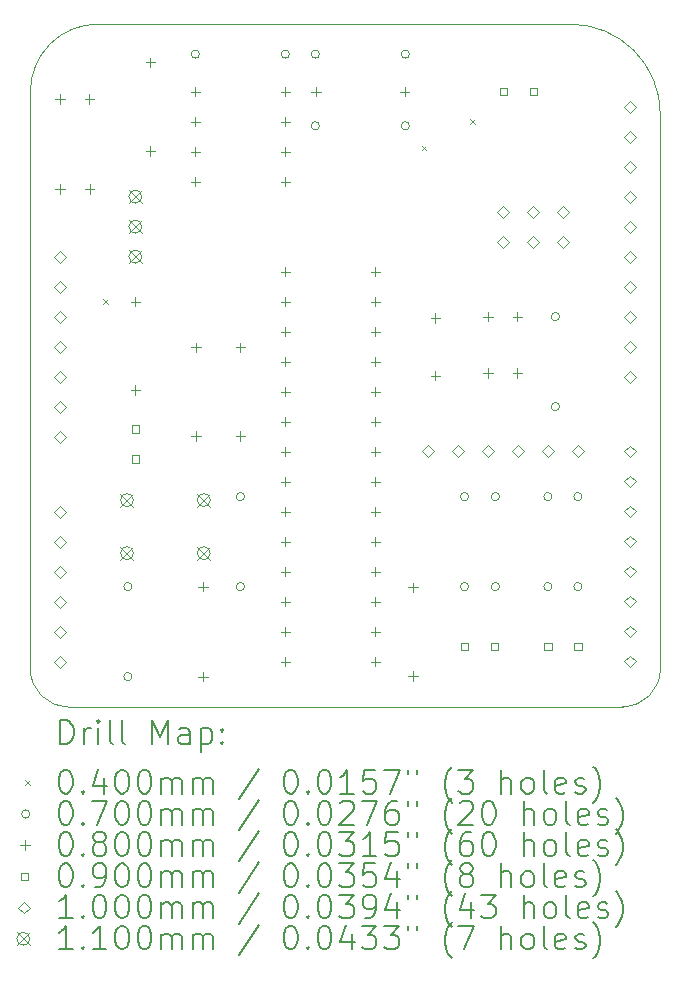
<source format=gbr>
%TF.GenerationSoftware,KiCad,Pcbnew,6.0.11-3.fc36*%
%TF.CreationDate,2023-05-11T19:00:45+09:00*%
%TF.ProjectId,Tetiduino,54657469-6475-4696-9e6f-2e6b69636164,rev?*%
%TF.SameCoordinates,Original*%
%TF.FileFunction,Drillmap*%
%TF.FilePolarity,Positive*%
%FSLAX45Y45*%
G04 Gerber Fmt 4.5, Leading zero omitted, Abs format (unit mm)*
G04 Created by KiCad (PCBNEW 6.0.11-3.fc36) date 2023-05-11 19:00:45*
%MOMM*%
%LPD*%
G01*
G04 APERTURE LIST*
%ADD10C,0.100000*%
%ADD11C,0.200000*%
%ADD12C,0.040000*%
%ADD13C,0.070000*%
%ADD14C,0.080000*%
%ADD15C,0.090000*%
%ADD16C,0.110000*%
G04 APERTURE END LIST*
D10*
X12509500Y-14033500D02*
X17208500Y-14033500D01*
X17526000Y-9017000D02*
G75*
G03*
X16764000Y-8255000I-762000J0D01*
G01*
X12763500Y-8255000D02*
G75*
G03*
X12192000Y-8826500I0J-571500D01*
G01*
X17526000Y-13716000D02*
X17526000Y-9017000D01*
X12763500Y-8255000D02*
X16764000Y-8255000D01*
X12192000Y-13716000D02*
G75*
G03*
X12509500Y-14033500I317500J0D01*
G01*
X12192000Y-8826500D02*
X12192000Y-13716000D01*
X17208500Y-14033500D02*
G75*
G03*
X17526000Y-13716000I0J317500D01*
G01*
D11*
D12*
X12807000Y-10584500D02*
X12847000Y-10624500D01*
X12847000Y-10584500D02*
X12807000Y-10624500D01*
X15505750Y-9282750D02*
X15545750Y-9322750D01*
X15545750Y-9282750D02*
X15505750Y-9322750D01*
X15918500Y-9060500D02*
X15958500Y-9100500D01*
X15958500Y-9060500D02*
X15918500Y-9100500D01*
D13*
X13052500Y-13017500D02*
G75*
G03*
X13052500Y-13017500I-35000J0D01*
G01*
X13052500Y-13779500D02*
G75*
G03*
X13052500Y-13779500I-35000J0D01*
G01*
X13624000Y-8509000D02*
G75*
G03*
X13624000Y-8509000I-35000J0D01*
G01*
X14005000Y-12255500D02*
G75*
G03*
X14005000Y-12255500I-35000J0D01*
G01*
X14005000Y-13017500D02*
G75*
G03*
X14005000Y-13017500I-35000J0D01*
G01*
X14386000Y-8509000D02*
G75*
G03*
X14386000Y-8509000I-35000J0D01*
G01*
X14640000Y-8509000D02*
G75*
G03*
X14640000Y-8509000I-35000J0D01*
G01*
X14640000Y-9115500D02*
G75*
G03*
X14640000Y-9115500I-35000J0D01*
G01*
X15402000Y-8509000D02*
G75*
G03*
X15402000Y-8509000I-35000J0D01*
G01*
X15402000Y-9115500D02*
G75*
G03*
X15402000Y-9115500I-35000J0D01*
G01*
X15902000Y-12255500D02*
G75*
G03*
X15902000Y-12255500I-35000J0D01*
G01*
X15902000Y-13017500D02*
G75*
G03*
X15902000Y-13017500I-35000J0D01*
G01*
X16164000Y-12255500D02*
G75*
G03*
X16164000Y-12255500I-35000J0D01*
G01*
X16164000Y-13017500D02*
G75*
G03*
X16164000Y-13017500I-35000J0D01*
G01*
X16608500Y-12255500D02*
G75*
G03*
X16608500Y-12255500I-35000J0D01*
G01*
X16608500Y-13017500D02*
G75*
G03*
X16608500Y-13017500I-35000J0D01*
G01*
X16672000Y-10731500D02*
G75*
G03*
X16672000Y-10731500I-35000J0D01*
G01*
X16672000Y-11493500D02*
G75*
G03*
X16672000Y-11493500I-35000J0D01*
G01*
X16862500Y-12255500D02*
G75*
G03*
X16862500Y-12255500I-35000J0D01*
G01*
X16862500Y-13017500D02*
G75*
G03*
X16862500Y-13017500I-35000J0D01*
G01*
D14*
X12441238Y-8850000D02*
X12441238Y-8930000D01*
X12401238Y-8890000D02*
X12481238Y-8890000D01*
X12443238Y-9612000D02*
X12443238Y-9692000D01*
X12403238Y-9652000D02*
X12483238Y-9652000D01*
X12691238Y-8850000D02*
X12691238Y-8930000D01*
X12651238Y-8890000D02*
X12731238Y-8890000D01*
X12693238Y-9612000D02*
X12693238Y-9692000D01*
X12653238Y-9652000D02*
X12733238Y-9652000D01*
X13081000Y-10564500D02*
X13081000Y-10644500D01*
X13041000Y-10604500D02*
X13121000Y-10604500D01*
X13081000Y-11314500D02*
X13081000Y-11394500D01*
X13041000Y-11354500D02*
X13121000Y-11354500D01*
X13208000Y-8538500D02*
X13208000Y-8618500D01*
X13168000Y-8578500D02*
X13248000Y-8578500D01*
X13208000Y-9288500D02*
X13208000Y-9368500D01*
X13168000Y-9328500D02*
X13248000Y-9328500D01*
X13590000Y-8787500D02*
X13590000Y-8867500D01*
X13550000Y-8827500D02*
X13630000Y-8827500D01*
X13590000Y-9041500D02*
X13590000Y-9121500D01*
X13550000Y-9081500D02*
X13630000Y-9081500D01*
X13590000Y-9295500D02*
X13590000Y-9375500D01*
X13550000Y-9335500D02*
X13630000Y-9335500D01*
X13590000Y-9549500D02*
X13590000Y-9629500D01*
X13550000Y-9589500D02*
X13630000Y-9589500D01*
X13595000Y-10951500D02*
X13595000Y-11031500D01*
X13555000Y-10991500D02*
X13635000Y-10991500D01*
X13595000Y-11701500D02*
X13595000Y-11781500D01*
X13555000Y-11741500D02*
X13635000Y-11741500D01*
X13652500Y-12977500D02*
X13652500Y-13057500D01*
X13612500Y-13017500D02*
X13692500Y-13017500D01*
X13652500Y-13739500D02*
X13652500Y-13819500D01*
X13612500Y-13779500D02*
X13692500Y-13779500D01*
X13970000Y-10951500D02*
X13970000Y-11031500D01*
X13930000Y-10991500D02*
X14010000Y-10991500D01*
X13970000Y-11701500D02*
X13970000Y-11781500D01*
X13930000Y-11741500D02*
X14010000Y-11741500D01*
X14350000Y-10309500D02*
X14350000Y-10389500D01*
X14310000Y-10349500D02*
X14390000Y-10349500D01*
X14350000Y-10563500D02*
X14350000Y-10643500D01*
X14310000Y-10603500D02*
X14390000Y-10603500D01*
X14350000Y-10817500D02*
X14350000Y-10897500D01*
X14310000Y-10857500D02*
X14390000Y-10857500D01*
X14350000Y-11071500D02*
X14350000Y-11151500D01*
X14310000Y-11111500D02*
X14390000Y-11111500D01*
X14350000Y-11325500D02*
X14350000Y-11405500D01*
X14310000Y-11365500D02*
X14390000Y-11365500D01*
X14350000Y-11579500D02*
X14350000Y-11659500D01*
X14310000Y-11619500D02*
X14390000Y-11619500D01*
X14350000Y-11833500D02*
X14350000Y-11913500D01*
X14310000Y-11873500D02*
X14390000Y-11873500D01*
X14350000Y-12087500D02*
X14350000Y-12167500D01*
X14310000Y-12127500D02*
X14390000Y-12127500D01*
X14350000Y-12341500D02*
X14350000Y-12421500D01*
X14310000Y-12381500D02*
X14390000Y-12381500D01*
X14350000Y-12595500D02*
X14350000Y-12675500D01*
X14310000Y-12635500D02*
X14390000Y-12635500D01*
X14350000Y-12849500D02*
X14350000Y-12929500D01*
X14310000Y-12889500D02*
X14390000Y-12889500D01*
X14350000Y-13103500D02*
X14350000Y-13183500D01*
X14310000Y-13143500D02*
X14390000Y-13143500D01*
X14350000Y-13357500D02*
X14350000Y-13437500D01*
X14310000Y-13397500D02*
X14390000Y-13397500D01*
X14350000Y-13611500D02*
X14350000Y-13691500D01*
X14310000Y-13651500D02*
X14390000Y-13651500D01*
X14352000Y-8787500D02*
X14352000Y-8867500D01*
X14312000Y-8827500D02*
X14392000Y-8827500D01*
X14352000Y-9041500D02*
X14352000Y-9121500D01*
X14312000Y-9081500D02*
X14392000Y-9081500D01*
X14352000Y-9295500D02*
X14352000Y-9375500D01*
X14312000Y-9335500D02*
X14392000Y-9335500D01*
X14352000Y-9549500D02*
X14352000Y-9629500D01*
X14312000Y-9589500D02*
X14392000Y-9589500D01*
X14611000Y-8786500D02*
X14611000Y-8866500D01*
X14571000Y-8826500D02*
X14651000Y-8826500D01*
X15112000Y-10309500D02*
X15112000Y-10389500D01*
X15072000Y-10349500D02*
X15152000Y-10349500D01*
X15112000Y-10563500D02*
X15112000Y-10643500D01*
X15072000Y-10603500D02*
X15152000Y-10603500D01*
X15112000Y-10817500D02*
X15112000Y-10897500D01*
X15072000Y-10857500D02*
X15152000Y-10857500D01*
X15112000Y-11071500D02*
X15112000Y-11151500D01*
X15072000Y-11111500D02*
X15152000Y-11111500D01*
X15112000Y-11325500D02*
X15112000Y-11405500D01*
X15072000Y-11365500D02*
X15152000Y-11365500D01*
X15112000Y-11579500D02*
X15112000Y-11659500D01*
X15072000Y-11619500D02*
X15152000Y-11619500D01*
X15112000Y-11833500D02*
X15112000Y-11913500D01*
X15072000Y-11873500D02*
X15152000Y-11873500D01*
X15112000Y-12087500D02*
X15112000Y-12167500D01*
X15072000Y-12127500D02*
X15152000Y-12127500D01*
X15112000Y-12341500D02*
X15112000Y-12421500D01*
X15072000Y-12381500D02*
X15152000Y-12381500D01*
X15112000Y-12595500D02*
X15112000Y-12675500D01*
X15072000Y-12635500D02*
X15152000Y-12635500D01*
X15112000Y-12849500D02*
X15112000Y-12929500D01*
X15072000Y-12889500D02*
X15152000Y-12889500D01*
X15112000Y-13103500D02*
X15112000Y-13183500D01*
X15072000Y-13143500D02*
X15152000Y-13143500D01*
X15112000Y-13357500D02*
X15112000Y-13437500D01*
X15072000Y-13397500D02*
X15152000Y-13397500D01*
X15112000Y-13611500D02*
X15112000Y-13691500D01*
X15072000Y-13651500D02*
X15152000Y-13651500D01*
X15361000Y-8786500D02*
X15361000Y-8866500D01*
X15321000Y-8826500D02*
X15401000Y-8826500D01*
X15430500Y-12983500D02*
X15430500Y-13063500D01*
X15390500Y-13023500D02*
X15470500Y-13023500D01*
X15430500Y-13733500D02*
X15430500Y-13813500D01*
X15390500Y-13773500D02*
X15470500Y-13773500D01*
X15621000Y-10702500D02*
X15621000Y-10782500D01*
X15581000Y-10742500D02*
X15661000Y-10742500D01*
X15621000Y-11190500D02*
X15621000Y-11270500D01*
X15581000Y-11230500D02*
X15661000Y-11230500D01*
X16065500Y-10691500D02*
X16065500Y-10771500D01*
X16025500Y-10731500D02*
X16105500Y-10731500D01*
X16065500Y-11169000D02*
X16065500Y-11249000D01*
X16025500Y-11209000D02*
X16105500Y-11209000D01*
X16315500Y-10691500D02*
X16315500Y-10771500D01*
X16275500Y-10731500D02*
X16355500Y-10731500D01*
X16315500Y-11169000D02*
X16315500Y-11249000D01*
X16275500Y-11209000D02*
X16355500Y-11209000D01*
D15*
X13112820Y-11715820D02*
X13112820Y-11652180D01*
X13049180Y-11652180D01*
X13049180Y-11715820D01*
X13112820Y-11715820D01*
X13112820Y-11969820D02*
X13112820Y-11906180D01*
X13049180Y-11906180D01*
X13049180Y-11969820D01*
X13112820Y-11969820D01*
X15898820Y-13557320D02*
X15898820Y-13493680D01*
X15835180Y-13493680D01*
X15835180Y-13557320D01*
X15898820Y-13557320D01*
X16152820Y-13557320D02*
X16152820Y-13493680D01*
X16089180Y-13493680D01*
X16089180Y-13557320D01*
X16152820Y-13557320D01*
X16227820Y-8858320D02*
X16227820Y-8794680D01*
X16164180Y-8794680D01*
X16164180Y-8858320D01*
X16227820Y-8858320D01*
X16481820Y-8858320D02*
X16481820Y-8794680D01*
X16418180Y-8794680D01*
X16418180Y-8858320D01*
X16481820Y-8858320D01*
X16604820Y-13557320D02*
X16604820Y-13493680D01*
X16541180Y-13493680D01*
X16541180Y-13557320D01*
X16604820Y-13557320D01*
X16858820Y-13557320D02*
X16858820Y-13493680D01*
X16795180Y-13493680D01*
X16795180Y-13557320D01*
X16858820Y-13557320D01*
D10*
X12446000Y-10275500D02*
X12496000Y-10225500D01*
X12446000Y-10175500D01*
X12396000Y-10225500D01*
X12446000Y-10275500D01*
X12446000Y-10529500D02*
X12496000Y-10479500D01*
X12446000Y-10429500D01*
X12396000Y-10479500D01*
X12446000Y-10529500D01*
X12446000Y-10783500D02*
X12496000Y-10733500D01*
X12446000Y-10683500D01*
X12396000Y-10733500D01*
X12446000Y-10783500D01*
X12446000Y-11037500D02*
X12496000Y-10987500D01*
X12446000Y-10937500D01*
X12396000Y-10987500D01*
X12446000Y-11037500D01*
X12446000Y-11291500D02*
X12496000Y-11241500D01*
X12446000Y-11191500D01*
X12396000Y-11241500D01*
X12446000Y-11291500D01*
X12446000Y-11545500D02*
X12496000Y-11495500D01*
X12446000Y-11445500D01*
X12396000Y-11495500D01*
X12446000Y-11545500D01*
X12446000Y-11799500D02*
X12496000Y-11749500D01*
X12446000Y-11699500D01*
X12396000Y-11749500D01*
X12446000Y-11799500D01*
X12446000Y-12432500D02*
X12496000Y-12382500D01*
X12446000Y-12332500D01*
X12396000Y-12382500D01*
X12446000Y-12432500D01*
X12446000Y-12686500D02*
X12496000Y-12636500D01*
X12446000Y-12586500D01*
X12396000Y-12636500D01*
X12446000Y-12686500D01*
X12446000Y-12940500D02*
X12496000Y-12890500D01*
X12446000Y-12840500D01*
X12396000Y-12890500D01*
X12446000Y-12940500D01*
X12446000Y-13194500D02*
X12496000Y-13144500D01*
X12446000Y-13094500D01*
X12396000Y-13144500D01*
X12446000Y-13194500D01*
X12446000Y-13448500D02*
X12496000Y-13398500D01*
X12446000Y-13348500D01*
X12396000Y-13398500D01*
X12446000Y-13448500D01*
X12446000Y-13702500D02*
X12496000Y-13652500D01*
X12446000Y-13602500D01*
X12396000Y-13652500D01*
X12446000Y-13702500D01*
X15560000Y-11922000D02*
X15610000Y-11872000D01*
X15560000Y-11822000D01*
X15510000Y-11872000D01*
X15560000Y-11922000D01*
X15814000Y-11922000D02*
X15864000Y-11872000D01*
X15814000Y-11822000D01*
X15764000Y-11872000D01*
X15814000Y-11922000D01*
X16068000Y-11922000D02*
X16118000Y-11872000D01*
X16068000Y-11822000D01*
X16018000Y-11872000D01*
X16068000Y-11922000D01*
X16192500Y-9892500D02*
X16242500Y-9842500D01*
X16192500Y-9792500D01*
X16142500Y-9842500D01*
X16192500Y-9892500D01*
X16192500Y-10146500D02*
X16242500Y-10096500D01*
X16192500Y-10046500D01*
X16142500Y-10096500D01*
X16192500Y-10146500D01*
X16322000Y-11922000D02*
X16372000Y-11872000D01*
X16322000Y-11822000D01*
X16272000Y-11872000D01*
X16322000Y-11922000D01*
X16446500Y-9892500D02*
X16496500Y-9842500D01*
X16446500Y-9792500D01*
X16396500Y-9842500D01*
X16446500Y-9892500D01*
X16446500Y-10146500D02*
X16496500Y-10096500D01*
X16446500Y-10046500D01*
X16396500Y-10096500D01*
X16446500Y-10146500D01*
X16576000Y-11922000D02*
X16626000Y-11872000D01*
X16576000Y-11822000D01*
X16526000Y-11872000D01*
X16576000Y-11922000D01*
X16700500Y-9892500D02*
X16750500Y-9842500D01*
X16700500Y-9792500D01*
X16650500Y-9842500D01*
X16700500Y-9892500D01*
X16700500Y-10146500D02*
X16750500Y-10096500D01*
X16700500Y-10046500D01*
X16650500Y-10096500D01*
X16700500Y-10146500D01*
X16830000Y-11922000D02*
X16880000Y-11872000D01*
X16830000Y-11822000D01*
X16780000Y-11872000D01*
X16830000Y-11922000D01*
X17272000Y-9003500D02*
X17322000Y-8953500D01*
X17272000Y-8903500D01*
X17222000Y-8953500D01*
X17272000Y-9003500D01*
X17272000Y-9257500D02*
X17322000Y-9207500D01*
X17272000Y-9157500D01*
X17222000Y-9207500D01*
X17272000Y-9257500D01*
X17272000Y-9511500D02*
X17322000Y-9461500D01*
X17272000Y-9411500D01*
X17222000Y-9461500D01*
X17272000Y-9511500D01*
X17272000Y-9765500D02*
X17322000Y-9715500D01*
X17272000Y-9665500D01*
X17222000Y-9715500D01*
X17272000Y-9765500D01*
X17272000Y-10019500D02*
X17322000Y-9969500D01*
X17272000Y-9919500D01*
X17222000Y-9969500D01*
X17272000Y-10019500D01*
X17272000Y-10273500D02*
X17322000Y-10223500D01*
X17272000Y-10173500D01*
X17222000Y-10223500D01*
X17272000Y-10273500D01*
X17272000Y-10527500D02*
X17322000Y-10477500D01*
X17272000Y-10427500D01*
X17222000Y-10477500D01*
X17272000Y-10527500D01*
X17272000Y-10781500D02*
X17322000Y-10731500D01*
X17272000Y-10681500D01*
X17222000Y-10731500D01*
X17272000Y-10781500D01*
X17272000Y-11035500D02*
X17322000Y-10985500D01*
X17272000Y-10935500D01*
X17222000Y-10985500D01*
X17272000Y-11035500D01*
X17272000Y-11289500D02*
X17322000Y-11239500D01*
X17272000Y-11189500D01*
X17222000Y-11239500D01*
X17272000Y-11289500D01*
X17272000Y-11923000D02*
X17322000Y-11873000D01*
X17272000Y-11823000D01*
X17222000Y-11873000D01*
X17272000Y-11923000D01*
X17272000Y-12177000D02*
X17322000Y-12127000D01*
X17272000Y-12077000D01*
X17222000Y-12127000D01*
X17272000Y-12177000D01*
X17272000Y-12431000D02*
X17322000Y-12381000D01*
X17272000Y-12331000D01*
X17222000Y-12381000D01*
X17272000Y-12431000D01*
X17272000Y-12685000D02*
X17322000Y-12635000D01*
X17272000Y-12585000D01*
X17222000Y-12635000D01*
X17272000Y-12685000D01*
X17272000Y-12939000D02*
X17322000Y-12889000D01*
X17272000Y-12839000D01*
X17222000Y-12889000D01*
X17272000Y-12939000D01*
X17272000Y-13193000D02*
X17322000Y-13143000D01*
X17272000Y-13093000D01*
X17222000Y-13143000D01*
X17272000Y-13193000D01*
X17272000Y-13447000D02*
X17322000Y-13397000D01*
X17272000Y-13347000D01*
X17222000Y-13397000D01*
X17272000Y-13447000D01*
X17272000Y-13701000D02*
X17322000Y-13651000D01*
X17272000Y-13601000D01*
X17222000Y-13651000D01*
X17272000Y-13701000D01*
D16*
X12955000Y-12229500D02*
X13065000Y-12339500D01*
X13065000Y-12229500D02*
X12955000Y-12339500D01*
X13065000Y-12284500D02*
G75*
G03*
X13065000Y-12284500I-55000J0D01*
G01*
X12955000Y-12679500D02*
X13065000Y-12789500D01*
X13065000Y-12679500D02*
X12955000Y-12789500D01*
X13065000Y-12734500D02*
G75*
G03*
X13065000Y-12734500I-55000J0D01*
G01*
X13026000Y-9660500D02*
X13136000Y-9770500D01*
X13136000Y-9660500D02*
X13026000Y-9770500D01*
X13136000Y-9715500D02*
G75*
G03*
X13136000Y-9715500I-55000J0D01*
G01*
X13026000Y-9914500D02*
X13136000Y-10024500D01*
X13136000Y-9914500D02*
X13026000Y-10024500D01*
X13136000Y-9969500D02*
G75*
G03*
X13136000Y-9969500I-55000J0D01*
G01*
X13026000Y-10168500D02*
X13136000Y-10278500D01*
X13136000Y-10168500D02*
X13026000Y-10278500D01*
X13136000Y-10223500D02*
G75*
G03*
X13136000Y-10223500I-55000J0D01*
G01*
X13605000Y-12229500D02*
X13715000Y-12339500D01*
X13715000Y-12229500D02*
X13605000Y-12339500D01*
X13715000Y-12284500D02*
G75*
G03*
X13715000Y-12284500I-55000J0D01*
G01*
X13605000Y-12679500D02*
X13715000Y-12789500D01*
X13715000Y-12679500D02*
X13605000Y-12789500D01*
X13715000Y-12734500D02*
G75*
G03*
X13715000Y-12734500I-55000J0D01*
G01*
D11*
X12444619Y-14348976D02*
X12444619Y-14148976D01*
X12492238Y-14148976D01*
X12520809Y-14158500D01*
X12539857Y-14177548D01*
X12549381Y-14196595D01*
X12558905Y-14234690D01*
X12558905Y-14263262D01*
X12549381Y-14301357D01*
X12539857Y-14320405D01*
X12520809Y-14339452D01*
X12492238Y-14348976D01*
X12444619Y-14348976D01*
X12644619Y-14348976D02*
X12644619Y-14215643D01*
X12644619Y-14253738D02*
X12654143Y-14234690D01*
X12663667Y-14225167D01*
X12682714Y-14215643D01*
X12701762Y-14215643D01*
X12768428Y-14348976D02*
X12768428Y-14215643D01*
X12768428Y-14148976D02*
X12758905Y-14158500D01*
X12768428Y-14168024D01*
X12777952Y-14158500D01*
X12768428Y-14148976D01*
X12768428Y-14168024D01*
X12892238Y-14348976D02*
X12873190Y-14339452D01*
X12863667Y-14320405D01*
X12863667Y-14148976D01*
X12997000Y-14348976D02*
X12977952Y-14339452D01*
X12968428Y-14320405D01*
X12968428Y-14148976D01*
X13225571Y-14348976D02*
X13225571Y-14148976D01*
X13292238Y-14291833D01*
X13358905Y-14148976D01*
X13358905Y-14348976D01*
X13539857Y-14348976D02*
X13539857Y-14244214D01*
X13530333Y-14225167D01*
X13511286Y-14215643D01*
X13473190Y-14215643D01*
X13454143Y-14225167D01*
X13539857Y-14339452D02*
X13520809Y-14348976D01*
X13473190Y-14348976D01*
X13454143Y-14339452D01*
X13444619Y-14320405D01*
X13444619Y-14301357D01*
X13454143Y-14282309D01*
X13473190Y-14272786D01*
X13520809Y-14272786D01*
X13539857Y-14263262D01*
X13635095Y-14215643D02*
X13635095Y-14415643D01*
X13635095Y-14225167D02*
X13654143Y-14215643D01*
X13692238Y-14215643D01*
X13711286Y-14225167D01*
X13720809Y-14234690D01*
X13730333Y-14253738D01*
X13730333Y-14310881D01*
X13720809Y-14329928D01*
X13711286Y-14339452D01*
X13692238Y-14348976D01*
X13654143Y-14348976D01*
X13635095Y-14339452D01*
X13816048Y-14329928D02*
X13825571Y-14339452D01*
X13816048Y-14348976D01*
X13806524Y-14339452D01*
X13816048Y-14329928D01*
X13816048Y-14348976D01*
X13816048Y-14225167D02*
X13825571Y-14234690D01*
X13816048Y-14244214D01*
X13806524Y-14234690D01*
X13816048Y-14225167D01*
X13816048Y-14244214D01*
D12*
X12147000Y-14658500D02*
X12187000Y-14698500D01*
X12187000Y-14658500D02*
X12147000Y-14698500D01*
D11*
X12482714Y-14568976D02*
X12501762Y-14568976D01*
X12520809Y-14578500D01*
X12530333Y-14588024D01*
X12539857Y-14607071D01*
X12549381Y-14645167D01*
X12549381Y-14692786D01*
X12539857Y-14730881D01*
X12530333Y-14749928D01*
X12520809Y-14759452D01*
X12501762Y-14768976D01*
X12482714Y-14768976D01*
X12463667Y-14759452D01*
X12454143Y-14749928D01*
X12444619Y-14730881D01*
X12435095Y-14692786D01*
X12435095Y-14645167D01*
X12444619Y-14607071D01*
X12454143Y-14588024D01*
X12463667Y-14578500D01*
X12482714Y-14568976D01*
X12635095Y-14749928D02*
X12644619Y-14759452D01*
X12635095Y-14768976D01*
X12625571Y-14759452D01*
X12635095Y-14749928D01*
X12635095Y-14768976D01*
X12816048Y-14635643D02*
X12816048Y-14768976D01*
X12768428Y-14559452D02*
X12720809Y-14702309D01*
X12844619Y-14702309D01*
X12958905Y-14568976D02*
X12977952Y-14568976D01*
X12997000Y-14578500D01*
X13006524Y-14588024D01*
X13016048Y-14607071D01*
X13025571Y-14645167D01*
X13025571Y-14692786D01*
X13016048Y-14730881D01*
X13006524Y-14749928D01*
X12997000Y-14759452D01*
X12977952Y-14768976D01*
X12958905Y-14768976D01*
X12939857Y-14759452D01*
X12930333Y-14749928D01*
X12920809Y-14730881D01*
X12911286Y-14692786D01*
X12911286Y-14645167D01*
X12920809Y-14607071D01*
X12930333Y-14588024D01*
X12939857Y-14578500D01*
X12958905Y-14568976D01*
X13149381Y-14568976D02*
X13168428Y-14568976D01*
X13187476Y-14578500D01*
X13197000Y-14588024D01*
X13206524Y-14607071D01*
X13216048Y-14645167D01*
X13216048Y-14692786D01*
X13206524Y-14730881D01*
X13197000Y-14749928D01*
X13187476Y-14759452D01*
X13168428Y-14768976D01*
X13149381Y-14768976D01*
X13130333Y-14759452D01*
X13120809Y-14749928D01*
X13111286Y-14730881D01*
X13101762Y-14692786D01*
X13101762Y-14645167D01*
X13111286Y-14607071D01*
X13120809Y-14588024D01*
X13130333Y-14578500D01*
X13149381Y-14568976D01*
X13301762Y-14768976D02*
X13301762Y-14635643D01*
X13301762Y-14654690D02*
X13311286Y-14645167D01*
X13330333Y-14635643D01*
X13358905Y-14635643D01*
X13377952Y-14645167D01*
X13387476Y-14664214D01*
X13387476Y-14768976D01*
X13387476Y-14664214D02*
X13397000Y-14645167D01*
X13416048Y-14635643D01*
X13444619Y-14635643D01*
X13463667Y-14645167D01*
X13473190Y-14664214D01*
X13473190Y-14768976D01*
X13568428Y-14768976D02*
X13568428Y-14635643D01*
X13568428Y-14654690D02*
X13577952Y-14645167D01*
X13597000Y-14635643D01*
X13625571Y-14635643D01*
X13644619Y-14645167D01*
X13654143Y-14664214D01*
X13654143Y-14768976D01*
X13654143Y-14664214D02*
X13663667Y-14645167D01*
X13682714Y-14635643D01*
X13711286Y-14635643D01*
X13730333Y-14645167D01*
X13739857Y-14664214D01*
X13739857Y-14768976D01*
X14130333Y-14559452D02*
X13958905Y-14816595D01*
X14387476Y-14568976D02*
X14406524Y-14568976D01*
X14425571Y-14578500D01*
X14435095Y-14588024D01*
X14444619Y-14607071D01*
X14454143Y-14645167D01*
X14454143Y-14692786D01*
X14444619Y-14730881D01*
X14435095Y-14749928D01*
X14425571Y-14759452D01*
X14406524Y-14768976D01*
X14387476Y-14768976D01*
X14368428Y-14759452D01*
X14358905Y-14749928D01*
X14349381Y-14730881D01*
X14339857Y-14692786D01*
X14339857Y-14645167D01*
X14349381Y-14607071D01*
X14358905Y-14588024D01*
X14368428Y-14578500D01*
X14387476Y-14568976D01*
X14539857Y-14749928D02*
X14549381Y-14759452D01*
X14539857Y-14768976D01*
X14530333Y-14759452D01*
X14539857Y-14749928D01*
X14539857Y-14768976D01*
X14673190Y-14568976D02*
X14692238Y-14568976D01*
X14711286Y-14578500D01*
X14720809Y-14588024D01*
X14730333Y-14607071D01*
X14739857Y-14645167D01*
X14739857Y-14692786D01*
X14730333Y-14730881D01*
X14720809Y-14749928D01*
X14711286Y-14759452D01*
X14692238Y-14768976D01*
X14673190Y-14768976D01*
X14654143Y-14759452D01*
X14644619Y-14749928D01*
X14635095Y-14730881D01*
X14625571Y-14692786D01*
X14625571Y-14645167D01*
X14635095Y-14607071D01*
X14644619Y-14588024D01*
X14654143Y-14578500D01*
X14673190Y-14568976D01*
X14930333Y-14768976D02*
X14816048Y-14768976D01*
X14873190Y-14768976D02*
X14873190Y-14568976D01*
X14854143Y-14597548D01*
X14835095Y-14616595D01*
X14816048Y-14626119D01*
X15111286Y-14568976D02*
X15016048Y-14568976D01*
X15006524Y-14664214D01*
X15016048Y-14654690D01*
X15035095Y-14645167D01*
X15082714Y-14645167D01*
X15101762Y-14654690D01*
X15111286Y-14664214D01*
X15120809Y-14683262D01*
X15120809Y-14730881D01*
X15111286Y-14749928D01*
X15101762Y-14759452D01*
X15082714Y-14768976D01*
X15035095Y-14768976D01*
X15016048Y-14759452D01*
X15006524Y-14749928D01*
X15187476Y-14568976D02*
X15320809Y-14568976D01*
X15235095Y-14768976D01*
X15387476Y-14568976D02*
X15387476Y-14607071D01*
X15463667Y-14568976D02*
X15463667Y-14607071D01*
X15758905Y-14845167D02*
X15749381Y-14835643D01*
X15730333Y-14807071D01*
X15720809Y-14788024D01*
X15711286Y-14759452D01*
X15701762Y-14711833D01*
X15701762Y-14673738D01*
X15711286Y-14626119D01*
X15720809Y-14597548D01*
X15730333Y-14578500D01*
X15749381Y-14549928D01*
X15758905Y-14540405D01*
X15816048Y-14568976D02*
X15939857Y-14568976D01*
X15873190Y-14645167D01*
X15901762Y-14645167D01*
X15920809Y-14654690D01*
X15930333Y-14664214D01*
X15939857Y-14683262D01*
X15939857Y-14730881D01*
X15930333Y-14749928D01*
X15920809Y-14759452D01*
X15901762Y-14768976D01*
X15844619Y-14768976D01*
X15825571Y-14759452D01*
X15816048Y-14749928D01*
X16177952Y-14768976D02*
X16177952Y-14568976D01*
X16263667Y-14768976D02*
X16263667Y-14664214D01*
X16254143Y-14645167D01*
X16235095Y-14635643D01*
X16206524Y-14635643D01*
X16187476Y-14645167D01*
X16177952Y-14654690D01*
X16387476Y-14768976D02*
X16368428Y-14759452D01*
X16358905Y-14749928D01*
X16349381Y-14730881D01*
X16349381Y-14673738D01*
X16358905Y-14654690D01*
X16368428Y-14645167D01*
X16387476Y-14635643D01*
X16416048Y-14635643D01*
X16435095Y-14645167D01*
X16444619Y-14654690D01*
X16454143Y-14673738D01*
X16454143Y-14730881D01*
X16444619Y-14749928D01*
X16435095Y-14759452D01*
X16416048Y-14768976D01*
X16387476Y-14768976D01*
X16568428Y-14768976D02*
X16549381Y-14759452D01*
X16539857Y-14740405D01*
X16539857Y-14568976D01*
X16720809Y-14759452D02*
X16701762Y-14768976D01*
X16663667Y-14768976D01*
X16644619Y-14759452D01*
X16635095Y-14740405D01*
X16635095Y-14664214D01*
X16644619Y-14645167D01*
X16663667Y-14635643D01*
X16701762Y-14635643D01*
X16720809Y-14645167D01*
X16730333Y-14664214D01*
X16730333Y-14683262D01*
X16635095Y-14702309D01*
X16806524Y-14759452D02*
X16825571Y-14768976D01*
X16863667Y-14768976D01*
X16882714Y-14759452D01*
X16892238Y-14740405D01*
X16892238Y-14730881D01*
X16882714Y-14711833D01*
X16863667Y-14702309D01*
X16835095Y-14702309D01*
X16816048Y-14692786D01*
X16806524Y-14673738D01*
X16806524Y-14664214D01*
X16816048Y-14645167D01*
X16835095Y-14635643D01*
X16863667Y-14635643D01*
X16882714Y-14645167D01*
X16958905Y-14845167D02*
X16968429Y-14835643D01*
X16987476Y-14807071D01*
X16997000Y-14788024D01*
X17006524Y-14759452D01*
X17016048Y-14711833D01*
X17016048Y-14673738D01*
X17006524Y-14626119D01*
X16997000Y-14597548D01*
X16987476Y-14578500D01*
X16968429Y-14549928D01*
X16958905Y-14540405D01*
D13*
X12187000Y-14942500D02*
G75*
G03*
X12187000Y-14942500I-35000J0D01*
G01*
D11*
X12482714Y-14832976D02*
X12501762Y-14832976D01*
X12520809Y-14842500D01*
X12530333Y-14852024D01*
X12539857Y-14871071D01*
X12549381Y-14909167D01*
X12549381Y-14956786D01*
X12539857Y-14994881D01*
X12530333Y-15013928D01*
X12520809Y-15023452D01*
X12501762Y-15032976D01*
X12482714Y-15032976D01*
X12463667Y-15023452D01*
X12454143Y-15013928D01*
X12444619Y-14994881D01*
X12435095Y-14956786D01*
X12435095Y-14909167D01*
X12444619Y-14871071D01*
X12454143Y-14852024D01*
X12463667Y-14842500D01*
X12482714Y-14832976D01*
X12635095Y-15013928D02*
X12644619Y-15023452D01*
X12635095Y-15032976D01*
X12625571Y-15023452D01*
X12635095Y-15013928D01*
X12635095Y-15032976D01*
X12711286Y-14832976D02*
X12844619Y-14832976D01*
X12758905Y-15032976D01*
X12958905Y-14832976D02*
X12977952Y-14832976D01*
X12997000Y-14842500D01*
X13006524Y-14852024D01*
X13016048Y-14871071D01*
X13025571Y-14909167D01*
X13025571Y-14956786D01*
X13016048Y-14994881D01*
X13006524Y-15013928D01*
X12997000Y-15023452D01*
X12977952Y-15032976D01*
X12958905Y-15032976D01*
X12939857Y-15023452D01*
X12930333Y-15013928D01*
X12920809Y-14994881D01*
X12911286Y-14956786D01*
X12911286Y-14909167D01*
X12920809Y-14871071D01*
X12930333Y-14852024D01*
X12939857Y-14842500D01*
X12958905Y-14832976D01*
X13149381Y-14832976D02*
X13168428Y-14832976D01*
X13187476Y-14842500D01*
X13197000Y-14852024D01*
X13206524Y-14871071D01*
X13216048Y-14909167D01*
X13216048Y-14956786D01*
X13206524Y-14994881D01*
X13197000Y-15013928D01*
X13187476Y-15023452D01*
X13168428Y-15032976D01*
X13149381Y-15032976D01*
X13130333Y-15023452D01*
X13120809Y-15013928D01*
X13111286Y-14994881D01*
X13101762Y-14956786D01*
X13101762Y-14909167D01*
X13111286Y-14871071D01*
X13120809Y-14852024D01*
X13130333Y-14842500D01*
X13149381Y-14832976D01*
X13301762Y-15032976D02*
X13301762Y-14899643D01*
X13301762Y-14918690D02*
X13311286Y-14909167D01*
X13330333Y-14899643D01*
X13358905Y-14899643D01*
X13377952Y-14909167D01*
X13387476Y-14928214D01*
X13387476Y-15032976D01*
X13387476Y-14928214D02*
X13397000Y-14909167D01*
X13416048Y-14899643D01*
X13444619Y-14899643D01*
X13463667Y-14909167D01*
X13473190Y-14928214D01*
X13473190Y-15032976D01*
X13568428Y-15032976D02*
X13568428Y-14899643D01*
X13568428Y-14918690D02*
X13577952Y-14909167D01*
X13597000Y-14899643D01*
X13625571Y-14899643D01*
X13644619Y-14909167D01*
X13654143Y-14928214D01*
X13654143Y-15032976D01*
X13654143Y-14928214D02*
X13663667Y-14909167D01*
X13682714Y-14899643D01*
X13711286Y-14899643D01*
X13730333Y-14909167D01*
X13739857Y-14928214D01*
X13739857Y-15032976D01*
X14130333Y-14823452D02*
X13958905Y-15080595D01*
X14387476Y-14832976D02*
X14406524Y-14832976D01*
X14425571Y-14842500D01*
X14435095Y-14852024D01*
X14444619Y-14871071D01*
X14454143Y-14909167D01*
X14454143Y-14956786D01*
X14444619Y-14994881D01*
X14435095Y-15013928D01*
X14425571Y-15023452D01*
X14406524Y-15032976D01*
X14387476Y-15032976D01*
X14368428Y-15023452D01*
X14358905Y-15013928D01*
X14349381Y-14994881D01*
X14339857Y-14956786D01*
X14339857Y-14909167D01*
X14349381Y-14871071D01*
X14358905Y-14852024D01*
X14368428Y-14842500D01*
X14387476Y-14832976D01*
X14539857Y-15013928D02*
X14549381Y-15023452D01*
X14539857Y-15032976D01*
X14530333Y-15023452D01*
X14539857Y-15013928D01*
X14539857Y-15032976D01*
X14673190Y-14832976D02*
X14692238Y-14832976D01*
X14711286Y-14842500D01*
X14720809Y-14852024D01*
X14730333Y-14871071D01*
X14739857Y-14909167D01*
X14739857Y-14956786D01*
X14730333Y-14994881D01*
X14720809Y-15013928D01*
X14711286Y-15023452D01*
X14692238Y-15032976D01*
X14673190Y-15032976D01*
X14654143Y-15023452D01*
X14644619Y-15013928D01*
X14635095Y-14994881D01*
X14625571Y-14956786D01*
X14625571Y-14909167D01*
X14635095Y-14871071D01*
X14644619Y-14852024D01*
X14654143Y-14842500D01*
X14673190Y-14832976D01*
X14816048Y-14852024D02*
X14825571Y-14842500D01*
X14844619Y-14832976D01*
X14892238Y-14832976D01*
X14911286Y-14842500D01*
X14920809Y-14852024D01*
X14930333Y-14871071D01*
X14930333Y-14890119D01*
X14920809Y-14918690D01*
X14806524Y-15032976D01*
X14930333Y-15032976D01*
X14997000Y-14832976D02*
X15130333Y-14832976D01*
X15044619Y-15032976D01*
X15292238Y-14832976D02*
X15254143Y-14832976D01*
X15235095Y-14842500D01*
X15225571Y-14852024D01*
X15206524Y-14880595D01*
X15197000Y-14918690D01*
X15197000Y-14994881D01*
X15206524Y-15013928D01*
X15216048Y-15023452D01*
X15235095Y-15032976D01*
X15273190Y-15032976D01*
X15292238Y-15023452D01*
X15301762Y-15013928D01*
X15311286Y-14994881D01*
X15311286Y-14947262D01*
X15301762Y-14928214D01*
X15292238Y-14918690D01*
X15273190Y-14909167D01*
X15235095Y-14909167D01*
X15216048Y-14918690D01*
X15206524Y-14928214D01*
X15197000Y-14947262D01*
X15387476Y-14832976D02*
X15387476Y-14871071D01*
X15463667Y-14832976D02*
X15463667Y-14871071D01*
X15758905Y-15109167D02*
X15749381Y-15099643D01*
X15730333Y-15071071D01*
X15720809Y-15052024D01*
X15711286Y-15023452D01*
X15701762Y-14975833D01*
X15701762Y-14937738D01*
X15711286Y-14890119D01*
X15720809Y-14861548D01*
X15730333Y-14842500D01*
X15749381Y-14813928D01*
X15758905Y-14804405D01*
X15825571Y-14852024D02*
X15835095Y-14842500D01*
X15854143Y-14832976D01*
X15901762Y-14832976D01*
X15920809Y-14842500D01*
X15930333Y-14852024D01*
X15939857Y-14871071D01*
X15939857Y-14890119D01*
X15930333Y-14918690D01*
X15816048Y-15032976D01*
X15939857Y-15032976D01*
X16063667Y-14832976D02*
X16082714Y-14832976D01*
X16101762Y-14842500D01*
X16111286Y-14852024D01*
X16120809Y-14871071D01*
X16130333Y-14909167D01*
X16130333Y-14956786D01*
X16120809Y-14994881D01*
X16111286Y-15013928D01*
X16101762Y-15023452D01*
X16082714Y-15032976D01*
X16063667Y-15032976D01*
X16044619Y-15023452D01*
X16035095Y-15013928D01*
X16025571Y-14994881D01*
X16016048Y-14956786D01*
X16016048Y-14909167D01*
X16025571Y-14871071D01*
X16035095Y-14852024D01*
X16044619Y-14842500D01*
X16063667Y-14832976D01*
X16368428Y-15032976D02*
X16368428Y-14832976D01*
X16454143Y-15032976D02*
X16454143Y-14928214D01*
X16444619Y-14909167D01*
X16425571Y-14899643D01*
X16397000Y-14899643D01*
X16377952Y-14909167D01*
X16368428Y-14918690D01*
X16577952Y-15032976D02*
X16558905Y-15023452D01*
X16549381Y-15013928D01*
X16539857Y-14994881D01*
X16539857Y-14937738D01*
X16549381Y-14918690D01*
X16558905Y-14909167D01*
X16577952Y-14899643D01*
X16606524Y-14899643D01*
X16625571Y-14909167D01*
X16635095Y-14918690D01*
X16644619Y-14937738D01*
X16644619Y-14994881D01*
X16635095Y-15013928D01*
X16625571Y-15023452D01*
X16606524Y-15032976D01*
X16577952Y-15032976D01*
X16758905Y-15032976D02*
X16739857Y-15023452D01*
X16730333Y-15004405D01*
X16730333Y-14832976D01*
X16911286Y-15023452D02*
X16892238Y-15032976D01*
X16854143Y-15032976D01*
X16835095Y-15023452D01*
X16825571Y-15004405D01*
X16825571Y-14928214D01*
X16835095Y-14909167D01*
X16854143Y-14899643D01*
X16892238Y-14899643D01*
X16911286Y-14909167D01*
X16920810Y-14928214D01*
X16920810Y-14947262D01*
X16825571Y-14966309D01*
X16997000Y-15023452D02*
X17016048Y-15032976D01*
X17054143Y-15032976D01*
X17073190Y-15023452D01*
X17082714Y-15004405D01*
X17082714Y-14994881D01*
X17073190Y-14975833D01*
X17054143Y-14966309D01*
X17025571Y-14966309D01*
X17006524Y-14956786D01*
X16997000Y-14937738D01*
X16997000Y-14928214D01*
X17006524Y-14909167D01*
X17025571Y-14899643D01*
X17054143Y-14899643D01*
X17073190Y-14909167D01*
X17149381Y-15109167D02*
X17158905Y-15099643D01*
X17177952Y-15071071D01*
X17187476Y-15052024D01*
X17197000Y-15023452D01*
X17206524Y-14975833D01*
X17206524Y-14937738D01*
X17197000Y-14890119D01*
X17187476Y-14861548D01*
X17177952Y-14842500D01*
X17158905Y-14813928D01*
X17149381Y-14804405D01*
D14*
X12147000Y-15166500D02*
X12147000Y-15246500D01*
X12107000Y-15206500D02*
X12187000Y-15206500D01*
D11*
X12482714Y-15096976D02*
X12501762Y-15096976D01*
X12520809Y-15106500D01*
X12530333Y-15116024D01*
X12539857Y-15135071D01*
X12549381Y-15173167D01*
X12549381Y-15220786D01*
X12539857Y-15258881D01*
X12530333Y-15277928D01*
X12520809Y-15287452D01*
X12501762Y-15296976D01*
X12482714Y-15296976D01*
X12463667Y-15287452D01*
X12454143Y-15277928D01*
X12444619Y-15258881D01*
X12435095Y-15220786D01*
X12435095Y-15173167D01*
X12444619Y-15135071D01*
X12454143Y-15116024D01*
X12463667Y-15106500D01*
X12482714Y-15096976D01*
X12635095Y-15277928D02*
X12644619Y-15287452D01*
X12635095Y-15296976D01*
X12625571Y-15287452D01*
X12635095Y-15277928D01*
X12635095Y-15296976D01*
X12758905Y-15182690D02*
X12739857Y-15173167D01*
X12730333Y-15163643D01*
X12720809Y-15144595D01*
X12720809Y-15135071D01*
X12730333Y-15116024D01*
X12739857Y-15106500D01*
X12758905Y-15096976D01*
X12797000Y-15096976D01*
X12816048Y-15106500D01*
X12825571Y-15116024D01*
X12835095Y-15135071D01*
X12835095Y-15144595D01*
X12825571Y-15163643D01*
X12816048Y-15173167D01*
X12797000Y-15182690D01*
X12758905Y-15182690D01*
X12739857Y-15192214D01*
X12730333Y-15201738D01*
X12720809Y-15220786D01*
X12720809Y-15258881D01*
X12730333Y-15277928D01*
X12739857Y-15287452D01*
X12758905Y-15296976D01*
X12797000Y-15296976D01*
X12816048Y-15287452D01*
X12825571Y-15277928D01*
X12835095Y-15258881D01*
X12835095Y-15220786D01*
X12825571Y-15201738D01*
X12816048Y-15192214D01*
X12797000Y-15182690D01*
X12958905Y-15096976D02*
X12977952Y-15096976D01*
X12997000Y-15106500D01*
X13006524Y-15116024D01*
X13016048Y-15135071D01*
X13025571Y-15173167D01*
X13025571Y-15220786D01*
X13016048Y-15258881D01*
X13006524Y-15277928D01*
X12997000Y-15287452D01*
X12977952Y-15296976D01*
X12958905Y-15296976D01*
X12939857Y-15287452D01*
X12930333Y-15277928D01*
X12920809Y-15258881D01*
X12911286Y-15220786D01*
X12911286Y-15173167D01*
X12920809Y-15135071D01*
X12930333Y-15116024D01*
X12939857Y-15106500D01*
X12958905Y-15096976D01*
X13149381Y-15096976D02*
X13168428Y-15096976D01*
X13187476Y-15106500D01*
X13197000Y-15116024D01*
X13206524Y-15135071D01*
X13216048Y-15173167D01*
X13216048Y-15220786D01*
X13206524Y-15258881D01*
X13197000Y-15277928D01*
X13187476Y-15287452D01*
X13168428Y-15296976D01*
X13149381Y-15296976D01*
X13130333Y-15287452D01*
X13120809Y-15277928D01*
X13111286Y-15258881D01*
X13101762Y-15220786D01*
X13101762Y-15173167D01*
X13111286Y-15135071D01*
X13120809Y-15116024D01*
X13130333Y-15106500D01*
X13149381Y-15096976D01*
X13301762Y-15296976D02*
X13301762Y-15163643D01*
X13301762Y-15182690D02*
X13311286Y-15173167D01*
X13330333Y-15163643D01*
X13358905Y-15163643D01*
X13377952Y-15173167D01*
X13387476Y-15192214D01*
X13387476Y-15296976D01*
X13387476Y-15192214D02*
X13397000Y-15173167D01*
X13416048Y-15163643D01*
X13444619Y-15163643D01*
X13463667Y-15173167D01*
X13473190Y-15192214D01*
X13473190Y-15296976D01*
X13568428Y-15296976D02*
X13568428Y-15163643D01*
X13568428Y-15182690D02*
X13577952Y-15173167D01*
X13597000Y-15163643D01*
X13625571Y-15163643D01*
X13644619Y-15173167D01*
X13654143Y-15192214D01*
X13654143Y-15296976D01*
X13654143Y-15192214D02*
X13663667Y-15173167D01*
X13682714Y-15163643D01*
X13711286Y-15163643D01*
X13730333Y-15173167D01*
X13739857Y-15192214D01*
X13739857Y-15296976D01*
X14130333Y-15087452D02*
X13958905Y-15344595D01*
X14387476Y-15096976D02*
X14406524Y-15096976D01*
X14425571Y-15106500D01*
X14435095Y-15116024D01*
X14444619Y-15135071D01*
X14454143Y-15173167D01*
X14454143Y-15220786D01*
X14444619Y-15258881D01*
X14435095Y-15277928D01*
X14425571Y-15287452D01*
X14406524Y-15296976D01*
X14387476Y-15296976D01*
X14368428Y-15287452D01*
X14358905Y-15277928D01*
X14349381Y-15258881D01*
X14339857Y-15220786D01*
X14339857Y-15173167D01*
X14349381Y-15135071D01*
X14358905Y-15116024D01*
X14368428Y-15106500D01*
X14387476Y-15096976D01*
X14539857Y-15277928D02*
X14549381Y-15287452D01*
X14539857Y-15296976D01*
X14530333Y-15287452D01*
X14539857Y-15277928D01*
X14539857Y-15296976D01*
X14673190Y-15096976D02*
X14692238Y-15096976D01*
X14711286Y-15106500D01*
X14720809Y-15116024D01*
X14730333Y-15135071D01*
X14739857Y-15173167D01*
X14739857Y-15220786D01*
X14730333Y-15258881D01*
X14720809Y-15277928D01*
X14711286Y-15287452D01*
X14692238Y-15296976D01*
X14673190Y-15296976D01*
X14654143Y-15287452D01*
X14644619Y-15277928D01*
X14635095Y-15258881D01*
X14625571Y-15220786D01*
X14625571Y-15173167D01*
X14635095Y-15135071D01*
X14644619Y-15116024D01*
X14654143Y-15106500D01*
X14673190Y-15096976D01*
X14806524Y-15096976D02*
X14930333Y-15096976D01*
X14863667Y-15173167D01*
X14892238Y-15173167D01*
X14911286Y-15182690D01*
X14920809Y-15192214D01*
X14930333Y-15211262D01*
X14930333Y-15258881D01*
X14920809Y-15277928D01*
X14911286Y-15287452D01*
X14892238Y-15296976D01*
X14835095Y-15296976D01*
X14816048Y-15287452D01*
X14806524Y-15277928D01*
X15120809Y-15296976D02*
X15006524Y-15296976D01*
X15063667Y-15296976D02*
X15063667Y-15096976D01*
X15044619Y-15125548D01*
X15025571Y-15144595D01*
X15006524Y-15154119D01*
X15301762Y-15096976D02*
X15206524Y-15096976D01*
X15197000Y-15192214D01*
X15206524Y-15182690D01*
X15225571Y-15173167D01*
X15273190Y-15173167D01*
X15292238Y-15182690D01*
X15301762Y-15192214D01*
X15311286Y-15211262D01*
X15311286Y-15258881D01*
X15301762Y-15277928D01*
X15292238Y-15287452D01*
X15273190Y-15296976D01*
X15225571Y-15296976D01*
X15206524Y-15287452D01*
X15197000Y-15277928D01*
X15387476Y-15096976D02*
X15387476Y-15135071D01*
X15463667Y-15096976D02*
X15463667Y-15135071D01*
X15758905Y-15373167D02*
X15749381Y-15363643D01*
X15730333Y-15335071D01*
X15720809Y-15316024D01*
X15711286Y-15287452D01*
X15701762Y-15239833D01*
X15701762Y-15201738D01*
X15711286Y-15154119D01*
X15720809Y-15125548D01*
X15730333Y-15106500D01*
X15749381Y-15077928D01*
X15758905Y-15068405D01*
X15920809Y-15096976D02*
X15882714Y-15096976D01*
X15863667Y-15106500D01*
X15854143Y-15116024D01*
X15835095Y-15144595D01*
X15825571Y-15182690D01*
X15825571Y-15258881D01*
X15835095Y-15277928D01*
X15844619Y-15287452D01*
X15863667Y-15296976D01*
X15901762Y-15296976D01*
X15920809Y-15287452D01*
X15930333Y-15277928D01*
X15939857Y-15258881D01*
X15939857Y-15211262D01*
X15930333Y-15192214D01*
X15920809Y-15182690D01*
X15901762Y-15173167D01*
X15863667Y-15173167D01*
X15844619Y-15182690D01*
X15835095Y-15192214D01*
X15825571Y-15211262D01*
X16063667Y-15096976D02*
X16082714Y-15096976D01*
X16101762Y-15106500D01*
X16111286Y-15116024D01*
X16120809Y-15135071D01*
X16130333Y-15173167D01*
X16130333Y-15220786D01*
X16120809Y-15258881D01*
X16111286Y-15277928D01*
X16101762Y-15287452D01*
X16082714Y-15296976D01*
X16063667Y-15296976D01*
X16044619Y-15287452D01*
X16035095Y-15277928D01*
X16025571Y-15258881D01*
X16016048Y-15220786D01*
X16016048Y-15173167D01*
X16025571Y-15135071D01*
X16035095Y-15116024D01*
X16044619Y-15106500D01*
X16063667Y-15096976D01*
X16368428Y-15296976D02*
X16368428Y-15096976D01*
X16454143Y-15296976D02*
X16454143Y-15192214D01*
X16444619Y-15173167D01*
X16425571Y-15163643D01*
X16397000Y-15163643D01*
X16377952Y-15173167D01*
X16368428Y-15182690D01*
X16577952Y-15296976D02*
X16558905Y-15287452D01*
X16549381Y-15277928D01*
X16539857Y-15258881D01*
X16539857Y-15201738D01*
X16549381Y-15182690D01*
X16558905Y-15173167D01*
X16577952Y-15163643D01*
X16606524Y-15163643D01*
X16625571Y-15173167D01*
X16635095Y-15182690D01*
X16644619Y-15201738D01*
X16644619Y-15258881D01*
X16635095Y-15277928D01*
X16625571Y-15287452D01*
X16606524Y-15296976D01*
X16577952Y-15296976D01*
X16758905Y-15296976D02*
X16739857Y-15287452D01*
X16730333Y-15268405D01*
X16730333Y-15096976D01*
X16911286Y-15287452D02*
X16892238Y-15296976D01*
X16854143Y-15296976D01*
X16835095Y-15287452D01*
X16825571Y-15268405D01*
X16825571Y-15192214D01*
X16835095Y-15173167D01*
X16854143Y-15163643D01*
X16892238Y-15163643D01*
X16911286Y-15173167D01*
X16920810Y-15192214D01*
X16920810Y-15211262D01*
X16825571Y-15230309D01*
X16997000Y-15287452D02*
X17016048Y-15296976D01*
X17054143Y-15296976D01*
X17073190Y-15287452D01*
X17082714Y-15268405D01*
X17082714Y-15258881D01*
X17073190Y-15239833D01*
X17054143Y-15230309D01*
X17025571Y-15230309D01*
X17006524Y-15220786D01*
X16997000Y-15201738D01*
X16997000Y-15192214D01*
X17006524Y-15173167D01*
X17025571Y-15163643D01*
X17054143Y-15163643D01*
X17073190Y-15173167D01*
X17149381Y-15373167D02*
X17158905Y-15363643D01*
X17177952Y-15335071D01*
X17187476Y-15316024D01*
X17197000Y-15287452D01*
X17206524Y-15239833D01*
X17206524Y-15201738D01*
X17197000Y-15154119D01*
X17187476Y-15125548D01*
X17177952Y-15106500D01*
X17158905Y-15077928D01*
X17149381Y-15068405D01*
D15*
X12173820Y-15502320D02*
X12173820Y-15438680D01*
X12110180Y-15438680D01*
X12110180Y-15502320D01*
X12173820Y-15502320D01*
D11*
X12482714Y-15360976D02*
X12501762Y-15360976D01*
X12520809Y-15370500D01*
X12530333Y-15380024D01*
X12539857Y-15399071D01*
X12549381Y-15437167D01*
X12549381Y-15484786D01*
X12539857Y-15522881D01*
X12530333Y-15541928D01*
X12520809Y-15551452D01*
X12501762Y-15560976D01*
X12482714Y-15560976D01*
X12463667Y-15551452D01*
X12454143Y-15541928D01*
X12444619Y-15522881D01*
X12435095Y-15484786D01*
X12435095Y-15437167D01*
X12444619Y-15399071D01*
X12454143Y-15380024D01*
X12463667Y-15370500D01*
X12482714Y-15360976D01*
X12635095Y-15541928D02*
X12644619Y-15551452D01*
X12635095Y-15560976D01*
X12625571Y-15551452D01*
X12635095Y-15541928D01*
X12635095Y-15560976D01*
X12739857Y-15560976D02*
X12777952Y-15560976D01*
X12797000Y-15551452D01*
X12806524Y-15541928D01*
X12825571Y-15513357D01*
X12835095Y-15475262D01*
X12835095Y-15399071D01*
X12825571Y-15380024D01*
X12816048Y-15370500D01*
X12797000Y-15360976D01*
X12758905Y-15360976D01*
X12739857Y-15370500D01*
X12730333Y-15380024D01*
X12720809Y-15399071D01*
X12720809Y-15446690D01*
X12730333Y-15465738D01*
X12739857Y-15475262D01*
X12758905Y-15484786D01*
X12797000Y-15484786D01*
X12816048Y-15475262D01*
X12825571Y-15465738D01*
X12835095Y-15446690D01*
X12958905Y-15360976D02*
X12977952Y-15360976D01*
X12997000Y-15370500D01*
X13006524Y-15380024D01*
X13016048Y-15399071D01*
X13025571Y-15437167D01*
X13025571Y-15484786D01*
X13016048Y-15522881D01*
X13006524Y-15541928D01*
X12997000Y-15551452D01*
X12977952Y-15560976D01*
X12958905Y-15560976D01*
X12939857Y-15551452D01*
X12930333Y-15541928D01*
X12920809Y-15522881D01*
X12911286Y-15484786D01*
X12911286Y-15437167D01*
X12920809Y-15399071D01*
X12930333Y-15380024D01*
X12939857Y-15370500D01*
X12958905Y-15360976D01*
X13149381Y-15360976D02*
X13168428Y-15360976D01*
X13187476Y-15370500D01*
X13197000Y-15380024D01*
X13206524Y-15399071D01*
X13216048Y-15437167D01*
X13216048Y-15484786D01*
X13206524Y-15522881D01*
X13197000Y-15541928D01*
X13187476Y-15551452D01*
X13168428Y-15560976D01*
X13149381Y-15560976D01*
X13130333Y-15551452D01*
X13120809Y-15541928D01*
X13111286Y-15522881D01*
X13101762Y-15484786D01*
X13101762Y-15437167D01*
X13111286Y-15399071D01*
X13120809Y-15380024D01*
X13130333Y-15370500D01*
X13149381Y-15360976D01*
X13301762Y-15560976D02*
X13301762Y-15427643D01*
X13301762Y-15446690D02*
X13311286Y-15437167D01*
X13330333Y-15427643D01*
X13358905Y-15427643D01*
X13377952Y-15437167D01*
X13387476Y-15456214D01*
X13387476Y-15560976D01*
X13387476Y-15456214D02*
X13397000Y-15437167D01*
X13416048Y-15427643D01*
X13444619Y-15427643D01*
X13463667Y-15437167D01*
X13473190Y-15456214D01*
X13473190Y-15560976D01*
X13568428Y-15560976D02*
X13568428Y-15427643D01*
X13568428Y-15446690D02*
X13577952Y-15437167D01*
X13597000Y-15427643D01*
X13625571Y-15427643D01*
X13644619Y-15437167D01*
X13654143Y-15456214D01*
X13654143Y-15560976D01*
X13654143Y-15456214D02*
X13663667Y-15437167D01*
X13682714Y-15427643D01*
X13711286Y-15427643D01*
X13730333Y-15437167D01*
X13739857Y-15456214D01*
X13739857Y-15560976D01*
X14130333Y-15351452D02*
X13958905Y-15608595D01*
X14387476Y-15360976D02*
X14406524Y-15360976D01*
X14425571Y-15370500D01*
X14435095Y-15380024D01*
X14444619Y-15399071D01*
X14454143Y-15437167D01*
X14454143Y-15484786D01*
X14444619Y-15522881D01*
X14435095Y-15541928D01*
X14425571Y-15551452D01*
X14406524Y-15560976D01*
X14387476Y-15560976D01*
X14368428Y-15551452D01*
X14358905Y-15541928D01*
X14349381Y-15522881D01*
X14339857Y-15484786D01*
X14339857Y-15437167D01*
X14349381Y-15399071D01*
X14358905Y-15380024D01*
X14368428Y-15370500D01*
X14387476Y-15360976D01*
X14539857Y-15541928D02*
X14549381Y-15551452D01*
X14539857Y-15560976D01*
X14530333Y-15551452D01*
X14539857Y-15541928D01*
X14539857Y-15560976D01*
X14673190Y-15360976D02*
X14692238Y-15360976D01*
X14711286Y-15370500D01*
X14720809Y-15380024D01*
X14730333Y-15399071D01*
X14739857Y-15437167D01*
X14739857Y-15484786D01*
X14730333Y-15522881D01*
X14720809Y-15541928D01*
X14711286Y-15551452D01*
X14692238Y-15560976D01*
X14673190Y-15560976D01*
X14654143Y-15551452D01*
X14644619Y-15541928D01*
X14635095Y-15522881D01*
X14625571Y-15484786D01*
X14625571Y-15437167D01*
X14635095Y-15399071D01*
X14644619Y-15380024D01*
X14654143Y-15370500D01*
X14673190Y-15360976D01*
X14806524Y-15360976D02*
X14930333Y-15360976D01*
X14863667Y-15437167D01*
X14892238Y-15437167D01*
X14911286Y-15446690D01*
X14920809Y-15456214D01*
X14930333Y-15475262D01*
X14930333Y-15522881D01*
X14920809Y-15541928D01*
X14911286Y-15551452D01*
X14892238Y-15560976D01*
X14835095Y-15560976D01*
X14816048Y-15551452D01*
X14806524Y-15541928D01*
X15111286Y-15360976D02*
X15016048Y-15360976D01*
X15006524Y-15456214D01*
X15016048Y-15446690D01*
X15035095Y-15437167D01*
X15082714Y-15437167D01*
X15101762Y-15446690D01*
X15111286Y-15456214D01*
X15120809Y-15475262D01*
X15120809Y-15522881D01*
X15111286Y-15541928D01*
X15101762Y-15551452D01*
X15082714Y-15560976D01*
X15035095Y-15560976D01*
X15016048Y-15551452D01*
X15006524Y-15541928D01*
X15292238Y-15427643D02*
X15292238Y-15560976D01*
X15244619Y-15351452D02*
X15197000Y-15494309D01*
X15320809Y-15494309D01*
X15387476Y-15360976D02*
X15387476Y-15399071D01*
X15463667Y-15360976D02*
X15463667Y-15399071D01*
X15758905Y-15637167D02*
X15749381Y-15627643D01*
X15730333Y-15599071D01*
X15720809Y-15580024D01*
X15711286Y-15551452D01*
X15701762Y-15503833D01*
X15701762Y-15465738D01*
X15711286Y-15418119D01*
X15720809Y-15389548D01*
X15730333Y-15370500D01*
X15749381Y-15341928D01*
X15758905Y-15332405D01*
X15863667Y-15446690D02*
X15844619Y-15437167D01*
X15835095Y-15427643D01*
X15825571Y-15408595D01*
X15825571Y-15399071D01*
X15835095Y-15380024D01*
X15844619Y-15370500D01*
X15863667Y-15360976D01*
X15901762Y-15360976D01*
X15920809Y-15370500D01*
X15930333Y-15380024D01*
X15939857Y-15399071D01*
X15939857Y-15408595D01*
X15930333Y-15427643D01*
X15920809Y-15437167D01*
X15901762Y-15446690D01*
X15863667Y-15446690D01*
X15844619Y-15456214D01*
X15835095Y-15465738D01*
X15825571Y-15484786D01*
X15825571Y-15522881D01*
X15835095Y-15541928D01*
X15844619Y-15551452D01*
X15863667Y-15560976D01*
X15901762Y-15560976D01*
X15920809Y-15551452D01*
X15930333Y-15541928D01*
X15939857Y-15522881D01*
X15939857Y-15484786D01*
X15930333Y-15465738D01*
X15920809Y-15456214D01*
X15901762Y-15446690D01*
X16177952Y-15560976D02*
X16177952Y-15360976D01*
X16263667Y-15560976D02*
X16263667Y-15456214D01*
X16254143Y-15437167D01*
X16235095Y-15427643D01*
X16206524Y-15427643D01*
X16187476Y-15437167D01*
X16177952Y-15446690D01*
X16387476Y-15560976D02*
X16368428Y-15551452D01*
X16358905Y-15541928D01*
X16349381Y-15522881D01*
X16349381Y-15465738D01*
X16358905Y-15446690D01*
X16368428Y-15437167D01*
X16387476Y-15427643D01*
X16416048Y-15427643D01*
X16435095Y-15437167D01*
X16444619Y-15446690D01*
X16454143Y-15465738D01*
X16454143Y-15522881D01*
X16444619Y-15541928D01*
X16435095Y-15551452D01*
X16416048Y-15560976D01*
X16387476Y-15560976D01*
X16568428Y-15560976D02*
X16549381Y-15551452D01*
X16539857Y-15532405D01*
X16539857Y-15360976D01*
X16720809Y-15551452D02*
X16701762Y-15560976D01*
X16663667Y-15560976D01*
X16644619Y-15551452D01*
X16635095Y-15532405D01*
X16635095Y-15456214D01*
X16644619Y-15437167D01*
X16663667Y-15427643D01*
X16701762Y-15427643D01*
X16720809Y-15437167D01*
X16730333Y-15456214D01*
X16730333Y-15475262D01*
X16635095Y-15494309D01*
X16806524Y-15551452D02*
X16825571Y-15560976D01*
X16863667Y-15560976D01*
X16882714Y-15551452D01*
X16892238Y-15532405D01*
X16892238Y-15522881D01*
X16882714Y-15503833D01*
X16863667Y-15494309D01*
X16835095Y-15494309D01*
X16816048Y-15484786D01*
X16806524Y-15465738D01*
X16806524Y-15456214D01*
X16816048Y-15437167D01*
X16835095Y-15427643D01*
X16863667Y-15427643D01*
X16882714Y-15437167D01*
X16958905Y-15637167D02*
X16968429Y-15627643D01*
X16987476Y-15599071D01*
X16997000Y-15580024D01*
X17006524Y-15551452D01*
X17016048Y-15503833D01*
X17016048Y-15465738D01*
X17006524Y-15418119D01*
X16997000Y-15389548D01*
X16987476Y-15370500D01*
X16968429Y-15341928D01*
X16958905Y-15332405D01*
D10*
X12137000Y-15784500D02*
X12187000Y-15734500D01*
X12137000Y-15684500D01*
X12087000Y-15734500D01*
X12137000Y-15784500D01*
D11*
X12549381Y-15824976D02*
X12435095Y-15824976D01*
X12492238Y-15824976D02*
X12492238Y-15624976D01*
X12473190Y-15653548D01*
X12454143Y-15672595D01*
X12435095Y-15682119D01*
X12635095Y-15805928D02*
X12644619Y-15815452D01*
X12635095Y-15824976D01*
X12625571Y-15815452D01*
X12635095Y-15805928D01*
X12635095Y-15824976D01*
X12768428Y-15624976D02*
X12787476Y-15624976D01*
X12806524Y-15634500D01*
X12816048Y-15644024D01*
X12825571Y-15663071D01*
X12835095Y-15701167D01*
X12835095Y-15748786D01*
X12825571Y-15786881D01*
X12816048Y-15805928D01*
X12806524Y-15815452D01*
X12787476Y-15824976D01*
X12768428Y-15824976D01*
X12749381Y-15815452D01*
X12739857Y-15805928D01*
X12730333Y-15786881D01*
X12720809Y-15748786D01*
X12720809Y-15701167D01*
X12730333Y-15663071D01*
X12739857Y-15644024D01*
X12749381Y-15634500D01*
X12768428Y-15624976D01*
X12958905Y-15624976D02*
X12977952Y-15624976D01*
X12997000Y-15634500D01*
X13006524Y-15644024D01*
X13016048Y-15663071D01*
X13025571Y-15701167D01*
X13025571Y-15748786D01*
X13016048Y-15786881D01*
X13006524Y-15805928D01*
X12997000Y-15815452D01*
X12977952Y-15824976D01*
X12958905Y-15824976D01*
X12939857Y-15815452D01*
X12930333Y-15805928D01*
X12920809Y-15786881D01*
X12911286Y-15748786D01*
X12911286Y-15701167D01*
X12920809Y-15663071D01*
X12930333Y-15644024D01*
X12939857Y-15634500D01*
X12958905Y-15624976D01*
X13149381Y-15624976D02*
X13168428Y-15624976D01*
X13187476Y-15634500D01*
X13197000Y-15644024D01*
X13206524Y-15663071D01*
X13216048Y-15701167D01*
X13216048Y-15748786D01*
X13206524Y-15786881D01*
X13197000Y-15805928D01*
X13187476Y-15815452D01*
X13168428Y-15824976D01*
X13149381Y-15824976D01*
X13130333Y-15815452D01*
X13120809Y-15805928D01*
X13111286Y-15786881D01*
X13101762Y-15748786D01*
X13101762Y-15701167D01*
X13111286Y-15663071D01*
X13120809Y-15644024D01*
X13130333Y-15634500D01*
X13149381Y-15624976D01*
X13301762Y-15824976D02*
X13301762Y-15691643D01*
X13301762Y-15710690D02*
X13311286Y-15701167D01*
X13330333Y-15691643D01*
X13358905Y-15691643D01*
X13377952Y-15701167D01*
X13387476Y-15720214D01*
X13387476Y-15824976D01*
X13387476Y-15720214D02*
X13397000Y-15701167D01*
X13416048Y-15691643D01*
X13444619Y-15691643D01*
X13463667Y-15701167D01*
X13473190Y-15720214D01*
X13473190Y-15824976D01*
X13568428Y-15824976D02*
X13568428Y-15691643D01*
X13568428Y-15710690D02*
X13577952Y-15701167D01*
X13597000Y-15691643D01*
X13625571Y-15691643D01*
X13644619Y-15701167D01*
X13654143Y-15720214D01*
X13654143Y-15824976D01*
X13654143Y-15720214D02*
X13663667Y-15701167D01*
X13682714Y-15691643D01*
X13711286Y-15691643D01*
X13730333Y-15701167D01*
X13739857Y-15720214D01*
X13739857Y-15824976D01*
X14130333Y-15615452D02*
X13958905Y-15872595D01*
X14387476Y-15624976D02*
X14406524Y-15624976D01*
X14425571Y-15634500D01*
X14435095Y-15644024D01*
X14444619Y-15663071D01*
X14454143Y-15701167D01*
X14454143Y-15748786D01*
X14444619Y-15786881D01*
X14435095Y-15805928D01*
X14425571Y-15815452D01*
X14406524Y-15824976D01*
X14387476Y-15824976D01*
X14368428Y-15815452D01*
X14358905Y-15805928D01*
X14349381Y-15786881D01*
X14339857Y-15748786D01*
X14339857Y-15701167D01*
X14349381Y-15663071D01*
X14358905Y-15644024D01*
X14368428Y-15634500D01*
X14387476Y-15624976D01*
X14539857Y-15805928D02*
X14549381Y-15815452D01*
X14539857Y-15824976D01*
X14530333Y-15815452D01*
X14539857Y-15805928D01*
X14539857Y-15824976D01*
X14673190Y-15624976D02*
X14692238Y-15624976D01*
X14711286Y-15634500D01*
X14720809Y-15644024D01*
X14730333Y-15663071D01*
X14739857Y-15701167D01*
X14739857Y-15748786D01*
X14730333Y-15786881D01*
X14720809Y-15805928D01*
X14711286Y-15815452D01*
X14692238Y-15824976D01*
X14673190Y-15824976D01*
X14654143Y-15815452D01*
X14644619Y-15805928D01*
X14635095Y-15786881D01*
X14625571Y-15748786D01*
X14625571Y-15701167D01*
X14635095Y-15663071D01*
X14644619Y-15644024D01*
X14654143Y-15634500D01*
X14673190Y-15624976D01*
X14806524Y-15624976D02*
X14930333Y-15624976D01*
X14863667Y-15701167D01*
X14892238Y-15701167D01*
X14911286Y-15710690D01*
X14920809Y-15720214D01*
X14930333Y-15739262D01*
X14930333Y-15786881D01*
X14920809Y-15805928D01*
X14911286Y-15815452D01*
X14892238Y-15824976D01*
X14835095Y-15824976D01*
X14816048Y-15815452D01*
X14806524Y-15805928D01*
X15025571Y-15824976D02*
X15063667Y-15824976D01*
X15082714Y-15815452D01*
X15092238Y-15805928D01*
X15111286Y-15777357D01*
X15120809Y-15739262D01*
X15120809Y-15663071D01*
X15111286Y-15644024D01*
X15101762Y-15634500D01*
X15082714Y-15624976D01*
X15044619Y-15624976D01*
X15025571Y-15634500D01*
X15016048Y-15644024D01*
X15006524Y-15663071D01*
X15006524Y-15710690D01*
X15016048Y-15729738D01*
X15025571Y-15739262D01*
X15044619Y-15748786D01*
X15082714Y-15748786D01*
X15101762Y-15739262D01*
X15111286Y-15729738D01*
X15120809Y-15710690D01*
X15292238Y-15691643D02*
X15292238Y-15824976D01*
X15244619Y-15615452D02*
X15197000Y-15758309D01*
X15320809Y-15758309D01*
X15387476Y-15624976D02*
X15387476Y-15663071D01*
X15463667Y-15624976D02*
X15463667Y-15663071D01*
X15758905Y-15901167D02*
X15749381Y-15891643D01*
X15730333Y-15863071D01*
X15720809Y-15844024D01*
X15711286Y-15815452D01*
X15701762Y-15767833D01*
X15701762Y-15729738D01*
X15711286Y-15682119D01*
X15720809Y-15653548D01*
X15730333Y-15634500D01*
X15749381Y-15605928D01*
X15758905Y-15596405D01*
X15920809Y-15691643D02*
X15920809Y-15824976D01*
X15873190Y-15615452D02*
X15825571Y-15758309D01*
X15949381Y-15758309D01*
X16006524Y-15624976D02*
X16130333Y-15624976D01*
X16063667Y-15701167D01*
X16092238Y-15701167D01*
X16111286Y-15710690D01*
X16120809Y-15720214D01*
X16130333Y-15739262D01*
X16130333Y-15786881D01*
X16120809Y-15805928D01*
X16111286Y-15815452D01*
X16092238Y-15824976D01*
X16035095Y-15824976D01*
X16016048Y-15815452D01*
X16006524Y-15805928D01*
X16368428Y-15824976D02*
X16368428Y-15624976D01*
X16454143Y-15824976D02*
X16454143Y-15720214D01*
X16444619Y-15701167D01*
X16425571Y-15691643D01*
X16397000Y-15691643D01*
X16377952Y-15701167D01*
X16368428Y-15710690D01*
X16577952Y-15824976D02*
X16558905Y-15815452D01*
X16549381Y-15805928D01*
X16539857Y-15786881D01*
X16539857Y-15729738D01*
X16549381Y-15710690D01*
X16558905Y-15701167D01*
X16577952Y-15691643D01*
X16606524Y-15691643D01*
X16625571Y-15701167D01*
X16635095Y-15710690D01*
X16644619Y-15729738D01*
X16644619Y-15786881D01*
X16635095Y-15805928D01*
X16625571Y-15815452D01*
X16606524Y-15824976D01*
X16577952Y-15824976D01*
X16758905Y-15824976D02*
X16739857Y-15815452D01*
X16730333Y-15796405D01*
X16730333Y-15624976D01*
X16911286Y-15815452D02*
X16892238Y-15824976D01*
X16854143Y-15824976D01*
X16835095Y-15815452D01*
X16825571Y-15796405D01*
X16825571Y-15720214D01*
X16835095Y-15701167D01*
X16854143Y-15691643D01*
X16892238Y-15691643D01*
X16911286Y-15701167D01*
X16920810Y-15720214D01*
X16920810Y-15739262D01*
X16825571Y-15758309D01*
X16997000Y-15815452D02*
X17016048Y-15824976D01*
X17054143Y-15824976D01*
X17073190Y-15815452D01*
X17082714Y-15796405D01*
X17082714Y-15786881D01*
X17073190Y-15767833D01*
X17054143Y-15758309D01*
X17025571Y-15758309D01*
X17006524Y-15748786D01*
X16997000Y-15729738D01*
X16997000Y-15720214D01*
X17006524Y-15701167D01*
X17025571Y-15691643D01*
X17054143Y-15691643D01*
X17073190Y-15701167D01*
X17149381Y-15901167D02*
X17158905Y-15891643D01*
X17177952Y-15863071D01*
X17187476Y-15844024D01*
X17197000Y-15815452D01*
X17206524Y-15767833D01*
X17206524Y-15729738D01*
X17197000Y-15682119D01*
X17187476Y-15653548D01*
X17177952Y-15634500D01*
X17158905Y-15605928D01*
X17149381Y-15596405D01*
D16*
X12077000Y-15943500D02*
X12187000Y-16053500D01*
X12187000Y-15943500D02*
X12077000Y-16053500D01*
X12187000Y-15998500D02*
G75*
G03*
X12187000Y-15998500I-55000J0D01*
G01*
D11*
X12549381Y-16088976D02*
X12435095Y-16088976D01*
X12492238Y-16088976D02*
X12492238Y-15888976D01*
X12473190Y-15917548D01*
X12454143Y-15936595D01*
X12435095Y-15946119D01*
X12635095Y-16069928D02*
X12644619Y-16079452D01*
X12635095Y-16088976D01*
X12625571Y-16079452D01*
X12635095Y-16069928D01*
X12635095Y-16088976D01*
X12835095Y-16088976D02*
X12720809Y-16088976D01*
X12777952Y-16088976D02*
X12777952Y-15888976D01*
X12758905Y-15917548D01*
X12739857Y-15936595D01*
X12720809Y-15946119D01*
X12958905Y-15888976D02*
X12977952Y-15888976D01*
X12997000Y-15898500D01*
X13006524Y-15908024D01*
X13016048Y-15927071D01*
X13025571Y-15965167D01*
X13025571Y-16012786D01*
X13016048Y-16050881D01*
X13006524Y-16069928D01*
X12997000Y-16079452D01*
X12977952Y-16088976D01*
X12958905Y-16088976D01*
X12939857Y-16079452D01*
X12930333Y-16069928D01*
X12920809Y-16050881D01*
X12911286Y-16012786D01*
X12911286Y-15965167D01*
X12920809Y-15927071D01*
X12930333Y-15908024D01*
X12939857Y-15898500D01*
X12958905Y-15888976D01*
X13149381Y-15888976D02*
X13168428Y-15888976D01*
X13187476Y-15898500D01*
X13197000Y-15908024D01*
X13206524Y-15927071D01*
X13216048Y-15965167D01*
X13216048Y-16012786D01*
X13206524Y-16050881D01*
X13197000Y-16069928D01*
X13187476Y-16079452D01*
X13168428Y-16088976D01*
X13149381Y-16088976D01*
X13130333Y-16079452D01*
X13120809Y-16069928D01*
X13111286Y-16050881D01*
X13101762Y-16012786D01*
X13101762Y-15965167D01*
X13111286Y-15927071D01*
X13120809Y-15908024D01*
X13130333Y-15898500D01*
X13149381Y-15888976D01*
X13301762Y-16088976D02*
X13301762Y-15955643D01*
X13301762Y-15974690D02*
X13311286Y-15965167D01*
X13330333Y-15955643D01*
X13358905Y-15955643D01*
X13377952Y-15965167D01*
X13387476Y-15984214D01*
X13387476Y-16088976D01*
X13387476Y-15984214D02*
X13397000Y-15965167D01*
X13416048Y-15955643D01*
X13444619Y-15955643D01*
X13463667Y-15965167D01*
X13473190Y-15984214D01*
X13473190Y-16088976D01*
X13568428Y-16088976D02*
X13568428Y-15955643D01*
X13568428Y-15974690D02*
X13577952Y-15965167D01*
X13597000Y-15955643D01*
X13625571Y-15955643D01*
X13644619Y-15965167D01*
X13654143Y-15984214D01*
X13654143Y-16088976D01*
X13654143Y-15984214D02*
X13663667Y-15965167D01*
X13682714Y-15955643D01*
X13711286Y-15955643D01*
X13730333Y-15965167D01*
X13739857Y-15984214D01*
X13739857Y-16088976D01*
X14130333Y-15879452D02*
X13958905Y-16136595D01*
X14387476Y-15888976D02*
X14406524Y-15888976D01*
X14425571Y-15898500D01*
X14435095Y-15908024D01*
X14444619Y-15927071D01*
X14454143Y-15965167D01*
X14454143Y-16012786D01*
X14444619Y-16050881D01*
X14435095Y-16069928D01*
X14425571Y-16079452D01*
X14406524Y-16088976D01*
X14387476Y-16088976D01*
X14368428Y-16079452D01*
X14358905Y-16069928D01*
X14349381Y-16050881D01*
X14339857Y-16012786D01*
X14339857Y-15965167D01*
X14349381Y-15927071D01*
X14358905Y-15908024D01*
X14368428Y-15898500D01*
X14387476Y-15888976D01*
X14539857Y-16069928D02*
X14549381Y-16079452D01*
X14539857Y-16088976D01*
X14530333Y-16079452D01*
X14539857Y-16069928D01*
X14539857Y-16088976D01*
X14673190Y-15888976D02*
X14692238Y-15888976D01*
X14711286Y-15898500D01*
X14720809Y-15908024D01*
X14730333Y-15927071D01*
X14739857Y-15965167D01*
X14739857Y-16012786D01*
X14730333Y-16050881D01*
X14720809Y-16069928D01*
X14711286Y-16079452D01*
X14692238Y-16088976D01*
X14673190Y-16088976D01*
X14654143Y-16079452D01*
X14644619Y-16069928D01*
X14635095Y-16050881D01*
X14625571Y-16012786D01*
X14625571Y-15965167D01*
X14635095Y-15927071D01*
X14644619Y-15908024D01*
X14654143Y-15898500D01*
X14673190Y-15888976D01*
X14911286Y-15955643D02*
X14911286Y-16088976D01*
X14863667Y-15879452D02*
X14816048Y-16022309D01*
X14939857Y-16022309D01*
X14997000Y-15888976D02*
X15120809Y-15888976D01*
X15054143Y-15965167D01*
X15082714Y-15965167D01*
X15101762Y-15974690D01*
X15111286Y-15984214D01*
X15120809Y-16003262D01*
X15120809Y-16050881D01*
X15111286Y-16069928D01*
X15101762Y-16079452D01*
X15082714Y-16088976D01*
X15025571Y-16088976D01*
X15006524Y-16079452D01*
X14997000Y-16069928D01*
X15187476Y-15888976D02*
X15311286Y-15888976D01*
X15244619Y-15965167D01*
X15273190Y-15965167D01*
X15292238Y-15974690D01*
X15301762Y-15984214D01*
X15311286Y-16003262D01*
X15311286Y-16050881D01*
X15301762Y-16069928D01*
X15292238Y-16079452D01*
X15273190Y-16088976D01*
X15216048Y-16088976D01*
X15197000Y-16079452D01*
X15187476Y-16069928D01*
X15387476Y-15888976D02*
X15387476Y-15927071D01*
X15463667Y-15888976D02*
X15463667Y-15927071D01*
X15758905Y-16165167D02*
X15749381Y-16155643D01*
X15730333Y-16127071D01*
X15720809Y-16108024D01*
X15711286Y-16079452D01*
X15701762Y-16031833D01*
X15701762Y-15993738D01*
X15711286Y-15946119D01*
X15720809Y-15917548D01*
X15730333Y-15898500D01*
X15749381Y-15869928D01*
X15758905Y-15860405D01*
X15816048Y-15888976D02*
X15949381Y-15888976D01*
X15863667Y-16088976D01*
X16177952Y-16088976D02*
X16177952Y-15888976D01*
X16263667Y-16088976D02*
X16263667Y-15984214D01*
X16254143Y-15965167D01*
X16235095Y-15955643D01*
X16206524Y-15955643D01*
X16187476Y-15965167D01*
X16177952Y-15974690D01*
X16387476Y-16088976D02*
X16368428Y-16079452D01*
X16358905Y-16069928D01*
X16349381Y-16050881D01*
X16349381Y-15993738D01*
X16358905Y-15974690D01*
X16368428Y-15965167D01*
X16387476Y-15955643D01*
X16416048Y-15955643D01*
X16435095Y-15965167D01*
X16444619Y-15974690D01*
X16454143Y-15993738D01*
X16454143Y-16050881D01*
X16444619Y-16069928D01*
X16435095Y-16079452D01*
X16416048Y-16088976D01*
X16387476Y-16088976D01*
X16568428Y-16088976D02*
X16549381Y-16079452D01*
X16539857Y-16060405D01*
X16539857Y-15888976D01*
X16720809Y-16079452D02*
X16701762Y-16088976D01*
X16663667Y-16088976D01*
X16644619Y-16079452D01*
X16635095Y-16060405D01*
X16635095Y-15984214D01*
X16644619Y-15965167D01*
X16663667Y-15955643D01*
X16701762Y-15955643D01*
X16720809Y-15965167D01*
X16730333Y-15984214D01*
X16730333Y-16003262D01*
X16635095Y-16022309D01*
X16806524Y-16079452D02*
X16825571Y-16088976D01*
X16863667Y-16088976D01*
X16882714Y-16079452D01*
X16892238Y-16060405D01*
X16892238Y-16050881D01*
X16882714Y-16031833D01*
X16863667Y-16022309D01*
X16835095Y-16022309D01*
X16816048Y-16012786D01*
X16806524Y-15993738D01*
X16806524Y-15984214D01*
X16816048Y-15965167D01*
X16835095Y-15955643D01*
X16863667Y-15955643D01*
X16882714Y-15965167D01*
X16958905Y-16165167D02*
X16968429Y-16155643D01*
X16987476Y-16127071D01*
X16997000Y-16108024D01*
X17006524Y-16079452D01*
X17016048Y-16031833D01*
X17016048Y-15993738D01*
X17006524Y-15946119D01*
X16997000Y-15917548D01*
X16987476Y-15898500D01*
X16968429Y-15869928D01*
X16958905Y-15860405D01*
M02*

</source>
